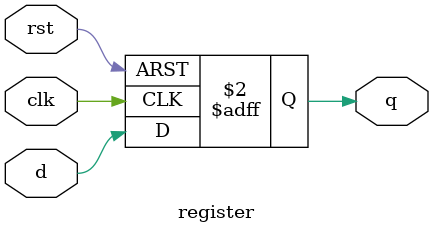
<source format=v>
module register (input clk, input rst, input d, output reg q);

	always @(posedge clk, posedge rst) begin
		if (rst) q = 1'b1;
		else q = d;
	end

endmodule

</source>
